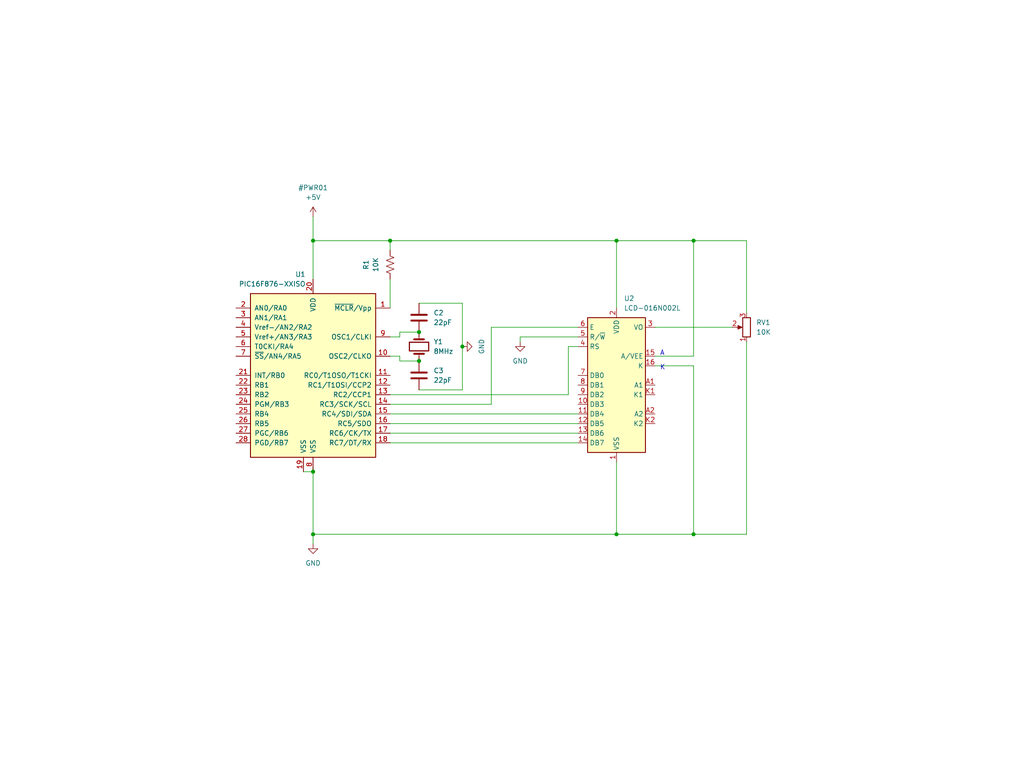
<source format=kicad_sch>
(kicad_sch (version 20230121) (generator eeschema)
  (paper "User" 270.002 200)
  (title_block (title "LCD16x2 Library Example with PIC16F876") (company "Ricardo Lima Caratti"))
  (lib_symbols
    (symbol "Device:C" (pin_numbers hide) (pin_names (offset 0.254))
      (property "Reference" "C" (at 0.635 2.54 0))
      (property "Value" "C" (at 0.635 -2.54 0))
      (symbol "C_0_1"
        (polyline (pts (xy -2.032 -0.762) (xy 2.032 -0.762)) (stroke (width 0.508)))
        (polyline (pts (xy -2.032 0.762) (xy 2.032 0.762)) (stroke (width 0.508)))
      )
      (symbol "C_1_1"
        (pin passive line (at 0 3.81 270) (length 2.794) (name "~") (number "1"))
        (pin passive line (at 0 -3.81 90) (length 2.794) (name "~") (number "2"))
      )
    )
    (symbol "Device:Crystal" (pin_numbers hide) (pin_names (offset 1.016) hide)
      (property "Reference" "Y" (at 0 3.81 0))
      (property "Value" "Crystal" (at 0 -3.81 0))
      (symbol "Crystal_0_1"
        (rectangle (start -1.143 2.54) (end 1.143 -2.54) (stroke (width 0.3048)))
        (polyline (pts (xy -2.54 0) (xy -1.905 0)))
        (polyline (pts (xy -1.905 -1.27) (xy -1.905 1.27)) (stroke (width 0.508)))
        (polyline (pts (xy 1.905 -1.27) (xy 1.905 1.27)) (stroke (width 0.508)))
        (polyline (pts (xy 2.54 0) (xy 1.905 0)))
      )
      (symbol "Crystal_1_1"
        (pin passive line (at -3.81 0 0) (length 1.27) (name "1") (number "1"))
        (pin passive line (at 3.81 0 180) (length 1.27) (name "2") (number "2"))
      )
    )
    (symbol "Device:R_Potentiometer" (pin_names (offset 1.016) hide)
      (property "Reference" "RV" (at -4.445 0 90))
      (property "Value" "R_Potentiometer" (at -2.54 0 90))
      (symbol "R_Potentiometer_0_1"
        (polyline (pts (xy 2.54 0) (xy 1.524 0)))
        (polyline (pts (xy 1.143 0) (xy 2.286 0.508) (xy 2.286 -0.508) (xy 1.143 0)) (fill (type outline)))
        (rectangle (start 1.016 2.54) (end -1.016 -2.54) (stroke (width 0.254)))
      )
      (symbol "R_Potentiometer_1_1"
        (pin passive line (at 0 3.81 270) (length 1.27) (name "1") (number "1"))
        (pin passive line (at 3.81 0 180) (length 1.27) (name "2") (number "2"))
        (pin passive line (at 0 -3.81 90) (length 1.27) (name "3") (number "3"))
      )
    )
    (symbol "Device:R_US" (pin_numbers hide) (pin_names (offset 0))
      (property "Reference" "R" (at 2.54 0 90))
      (property "Value" "R_US" (at -2.54 0 90))
      (symbol "R_US_0_1"
        (polyline (pts (xy 0 -2.286) (xy 0 -2.54)))
        (polyline (pts (xy 0 2.286) (xy 0 2.54)))
        (polyline (pts (xy 0 -0.762) (xy 1.016 -1.143) (xy 0 -1.524) (xy -1.016 -1.905) (xy 0 -2.286)))
        (polyline (pts (xy 0 0.762) (xy 1.016 0.381) (xy 0 0) (xy -1.016 -0.381) (xy 0 -0.762)))
        (polyline (pts (xy 0 2.286) (xy 1.016 1.905) (xy 0 1.524) (xy -1.016 1.143) (xy 0 0.762)))
      )
      (symbol "R_US_1_1"
        (pin passive line (at 0 3.81 270) (length 1.27) (name "~") (number "1"))
        (pin passive line (at 0 -3.81 90) (length 1.27) (name "~") (number "2"))
      )
    )
    (symbol "Display_Character:LCD-016N002L"
      (property "Reference" "U" (at -6.35 18.796 0))
      (property "Value" "LCD-016N002L" (at 8.636 18.796 0))
      (symbol "LCD-016N002L_1_1"
        (rectangle (start -7.62 17.78) (end 7.62 -17.78) (stroke (width 0.254)) (fill (type background)))
        (pin power_in line (at 0 -20.32 90) (length 2.54) (name "VSS") (number "1"))
        (pin bidirectional line (at -10.16 -5.08 0) (length 2.54) (name "DB3") (number "10"))
        (pin bidirectional line (at -10.16 -7.62 0) (length 2.54) (name "DB4") (number "11"))
        (pin bidirectional line (at -10.16 -10.16 0) (length 2.54) (name "DB5") (number "12"))
        (pin bidirectional line (at -10.16 -12.7 0) (length 2.54) (name "DB6") (number "13"))
        (pin bidirectional line (at -10.16 -15.24 0) (length 2.54) (name "DB7") (number "14"))
        (pin power_in line (at 10.16 7.62 180) (length 2.54) (name "A/VEE") (number "15"))
        (pin power_in line (at 10.16 5.08 180) (length 2.54) (name "K") (number "16"))
        (pin power_in line (at 0 20.32 270) (length 2.54) (name "VDD") (number "2"))
        (pin input line (at 10.16 15.24 180) (length 2.54) (name "VO") (number "3"))
        (pin input line (at -10.16 10.16 0) (length 2.54) (name "RS") (number "4"))
        (pin input line (at -10.16 12.7 0) (length 2.54) (name "R/~{W}") (number "5"))
        (pin input line (at -10.16 15.24 0) (length 2.54) (name "E") (number "6"))
        (pin bidirectional line (at -10.16 2.54 0) (length 2.54) (name "DB0") (number "7"))
        (pin bidirectional line (at -10.16 0 0) (length 2.54) (name "DB1") (number "8"))
        (pin bidirectional line (at -10.16 -2.54 0) (length 2.54) (name "DB2") (number "9"))
        (pin power_in line (at 10.16 0 180) (length 2.54) (name "A1") (number "A1"))
        (pin power_in line (at 10.16 -7.62 180) (length 2.54) (name "A2") (number "A2"))
        (pin power_in line (at 10.16 -2.54 180) (length 2.54) (name "K1") (number "K1"))
        (pin power_in line (at 10.16 -10.16 180) (length 2.54) (name "K2") (number "K2"))
      )
    )
    (symbol "MCU_Microchip_PIC16:PIC16F876-XXISO" (pin_names (offset 1.016))
      (property "Reference" "U" (at 2.54 25.4 0))
      (property "Value" "PIC16F876-XXISO" (at 2.54 22.86 0))
      (symbol "PIC16F876-XXISO_0_1"
        (rectangle (start -16.51 21.59) (end 16.51 -21.59) (stroke (width 0.254)) (fill (type background)))
      )
      (symbol "PIC16F876-XXISO_1_1"
        (pin input line (at -20.32 17.78 0) (length 3.81) (name "~{MCLR}/Vpp") (number "1"))
        (pin output line (at -20.32 5.08 0) (length 3.81) (name "OSC2/CLKO") (number "10"))
        (pin bidirectional line (at -20.32 0 0) (length 3.81) (name "RC0/T1OSO/T1CKI") (number "11"))
        (pin bidirectional line (at -20.32 -2.54 0) (length 3.81) (name "RC1/T1OSI/CCP2") (number "12"))
        (pin bidirectional line (at -20.32 -5.08 0) (length 3.81) (name "RC2/CCP1") (number "13"))
        (pin bidirectional line (at -20.32 -7.62 0) (length 3.81) (name "RC3/SCK/SCL") (number "14"))
        (pin bidirectional line (at -20.32 -10.16 0) (length 3.81) (name "RC4/SDI/SDA") (number "15"))
        (pin bidirectional line (at -20.32 -12.7 0) (length 3.81) (name "RC5/SDO") (number "16"))
        (pin bidirectional line (at -20.32 -15.24 0) (length 3.81) (name "RC6/CK/TX") (number "17"))
        (pin bidirectional line (at -20.32 -17.78 0) (length 3.81) (name "RC7/DT/RX") (number "18"))
        (pin power_in line (at 2.54 -25.4 90) (length 3.81) (name "VSS") (number "19"))
        (pin bidirectional line (at 20.32 17.78 180) (length 3.81) (name "AN0/RA0") (number "2"))
        (pin power_in line (at 0 25.4 270) (length 3.81) (name "VDD") (number "20"))
        (pin bidirectional line (at 20.32 0 180) (length 3.81) (name "INT/RB0") (number "21"))
        (pin bidirectional line (at 20.32 -2.54 180) (length 3.81) (name "RB1") (number "22"))
        (pin bidirectional line (at 20.32 -5.08 180) (length 3.81) (name "RB2") (number "23"))
        (pin bidirectional line (at 20.32 -7.62 180) (length 3.81) (name "PGM/RB3") (number "24"))
        (pin bidirectional line (at 20.32 -10.16 180) (length 3.81) (name "RB4") (number "25"))
        (pin bidirectional line (at 20.32 -12.7 180) (length 3.81) (name "RB5") (number "26"))
        (pin bidirectional line (at 20.32 -15.24 180) (length 3.81) (name "PGC/RB6") (number "27"))
        (pin bidirectional line (at 20.32 -17.78 180) (length 3.81) (name "PGD/RB7") (number "28"))
        (pin bidirectional line (at 20.32 15.24 180) (length 3.81) (name "AN1/RA1") (number "3"))
        (pin bidirectional line (at 20.32 12.7 180) (length 3.81) (name "Vref-/AN2/RA2") (number "4"))
        (pin bidirectional line (at 20.32 10.16 180) (length 3.81) (name "Vref+/AN3/RA3") (number "5"))
        (pin bidirectional line (at 20.32 7.62 180) (length 3.81) (name "T0CKI/RA4") (number "6"))
        (pin bidirectional line (at 20.32 5.08 180) (length 3.81) (name "~{SS}/AN4/RA5") (number "7"))
        (pin power_in line (at 0 -25.4 90) (length 3.81) (name "VSS") (number "8"))
        (pin input line (at -20.32 10.16 0) (length 3.81) (name "OSC1/CLKI") (number "9"))
      )
    )
    (symbol "power:+5V" (power) (pin_names (offset 0))
      (property "Value" "+5V" (at 0 3.556 0))
      (symbol "+5V_0_1"
        (polyline (pts (xy -0.762 1.27) (xy 0 2.54)))
        (polyline (pts (xy 0 0) (xy 0 2.54)))
        (polyline (pts (xy 0 2.54) (xy 0.762 1.27)))
      )
      (symbol "+5V_1_1"
        (pin power_in line (at 0 0 90) (length 0) hide (name "+5V") (number "1"))
      )
    )
    (symbol "power:GND" (power) (pin_names (offset 0))
      (property "Value" "GND" (at 0 -3.81 0))
      (symbol "GND_0_1"
        (polyline (pts (xy 0 0) (xy 0 -1.27) (xy 1.27 -1.27) (xy 0 -2.54) (xy -1.27 -1.27) (xy 0 -1.27)))
      )
      (symbol "GND_1_1"
        (pin power_in line (at 0 0 270) (length 0) hide (name "GND") (number "1"))
      )
    )
  )
  (junction (at 110.49 87.63))
  (junction (at 182.88 140.97))
  (junction (at 82.55 124.46))
  (junction (at 110.49 95.25))
  (junction (at 102.87 63.5))
  (junction (at 121.92 91.44))
  (junction (at 162.56 140.97))
  (junction (at 82.55 140.97))
  (junction (at 182.88 63.5))
  (junction (at 162.56 63.5))
  (junction (at 82.55 63.5))
  (wire (pts (xy 102.87 116.84) (xy 152.4 116.84)))
  (wire (pts (xy 105.41 93.98) (xy 105.41 95.25)))
  (wire (pts (xy 172.72 96.52) (xy 182.88 96.52)))
  (wire (pts (xy 121.92 80.01) (xy 121.92 91.44)))
  (wire (pts (xy 102.87 104.14) (xy 149.86 104.14)))
  (wire (pts (xy 182.88 140.97) (xy 196.85 140.97)))
  (wire (pts (xy 182.88 63.5) (xy 182.88 93.98)))
  (wire (pts (xy 149.86 104.14) (xy 149.86 91.44)))
  (wire (pts (xy 196.85 90.17) (xy 196.85 140.97)))
  (wire (pts (xy 162.56 121.92) (xy 162.56 140.97)))
  (wire (pts (xy 110.49 102.87) (xy 121.92 102.87)))
  (wire (pts (xy 102.87 63.5) (xy 162.56 63.5)))
  (wire (pts (xy 162.56 81.28) (xy 162.56 63.5)))
  (wire (pts (xy 102.87 73.66) (xy 102.87 81.28)))
  (wire (pts (xy 105.41 88.9) (xy 105.41 87.63)))
  (wire (pts (xy 105.41 87.63) (xy 110.49 87.63)))
  (wire (pts (xy 196.85 82.55) (xy 196.85 63.5)))
  (wire (pts (xy 149.86 91.44) (xy 152.4 91.44)))
  (wire (pts (xy 102.87 109.22) (xy 152.4 109.22)))
  (wire (pts (xy 82.55 124.46) (xy 82.55 140.97)))
  (wire (pts (xy 182.88 96.52) (xy 182.88 140.97)))
  (wire (pts (xy 82.55 140.97) (xy 82.55 143.51)))
  (wire (pts (xy 102.87 111.76) (xy 152.4 111.76)))
  (wire (pts (xy 152.4 88.9) (xy 137.16 88.9)))
  (wire (pts (xy 152.4 86.36) (xy 129.54 86.36)))
  (wire (pts (xy 105.41 95.25) (xy 110.49 95.25)))
  (wire (pts (xy 82.55 140.97) (xy 162.56 140.97)))
  (wire (pts (xy 80.01 124.46) (xy 82.55 124.46)))
  (wire (pts (xy 121.92 91.44) (xy 121.92 102.87)))
  (wire (pts (xy 102.87 63.5) (xy 102.87 66.04)))
  (wire (pts (xy 102.87 88.9) (xy 105.41 88.9)))
  (wire (pts (xy 82.55 63.5) (xy 82.55 73.66)))
  (wire (pts (xy 172.72 93.98) (xy 182.88 93.98)))
  (wire (pts (xy 102.87 114.3) (xy 152.4 114.3)))
  (wire (pts (xy 162.56 63.5) (xy 182.88 63.5)))
  (wire (pts (xy 82.55 123.19) (xy 82.55 124.46)))
  (wire (pts (xy 82.55 63.5) (xy 102.87 63.5)))
  (wire (pts (xy 137.16 88.9) (xy 137.16 90.17)))
  (wire (pts (xy 82.55 57.15) (xy 82.55 63.5)))
  (wire (pts (xy 102.87 93.98) (xy 105.41 93.98)))
  (wire (pts (xy 162.56 140.97) (xy 182.88 140.97)))
  (wire (pts (xy 129.54 86.36) (xy 129.54 106.68)))
  (wire (pts (xy 110.49 80.01) (xy 121.92 80.01)))
  (wire (pts (xy 129.54 106.68) (xy 102.87 106.68)))
  (wire (pts (xy 172.72 86.36) (xy 193.04 86.36)))
  (wire (pts (xy 182.88 63.5) (xy 196.85 63.5)))
  (text "K" (at 173.99 97.79 0) (effects (font (size 1.27 1.27)) (justify left bottom)))
  (text "A" (at 173.99 93.98 0) (effects (font (size 1.27 1.27)) (justify left bottom)))
  (symbol (lib_id "Display_Character:LCD-016N002L") (at 162.56 101.6 0) (unit 1)
    (property "Reference" "U2" (at 164.5159 78.74 0) (effects (justify left)))
    (property "Value" "LCD-016N002L" (at 164.5159 81.28 0) (effects (justify left)))
    (property "Footprint" "Display:LCD-016N002L" (effects hide))
    (property "Datasheet" "http://www.vishay.com/docs/37299/37299.pdf" (effects hide))
  )
  (symbol (lib_id "Device:R_US") (at 102.87 69.85 180) (unit 1)
    (property "Reference" "R1" (at 96.52 69.85 90))
    (property "Value" "10K" (at 99.06 69.85 90))
  )
  (symbol (lib_id "power:GND") (at 82.55 143.51 0) (unit 1)
    (property "Reference" "#PWR03" (effects hide))
    (property "Value" "GND" (at 82.55 148.59 0))
  )
  (symbol (lib_id "power:GND") (at 121.92 91.44 90) (unit 1)
    (property "Reference" "#PWR05" (effects hide))
    (property "Value" "GND" (at 127 91.44 0))
  )
  (symbol (lib_id "Device:C") (at 110.49 83.82 0) (unit 1)
    (property "Reference" "C2" (at 114.3 82.55 0) (effects (justify left)))
    (property "Value" "22pF" (at 114.3 85.09 0) (effects (justify left)))
  )
  (symbol (lib_id "Device:Crystal") (at 110.49 91.44 270) (unit 1)
    (property "Reference" "Y1" (at 114.3 90.17 90) (effects (justify left)))
    (property "Value" "8MHz" (at 114.3 92.71 90) (effects (justify left)))
  )
  (symbol (lib_id "power:+5V") (at 82.55 57.15 0) (unit 1)
    (property "Reference" "#PWR01" (at 82.55 49.53 0))
    (property "Value" "+5V" (at 82.55 52.07 0))
  )
  (symbol (lib_id "MCU_Microchip_PIC16:PIC16F876-XXISO") (at 82.55 99.06 0) (mirror y) (unit 1)
    (property "Reference" "U1" (at 80.5941 72.39 0) (effects (justify left)))
    (property "Value" "PIC16F876-XXISO" (at 80.5941 74.93 0) (effects (justify left)))
    (property "Datasheet" "http://ww1.microchip.com/downloads/en/DeviceDoc/30292C.pdf" (effects hide))
  )
  (symbol (lib_id "power:GND") (at 137.16 90.17 0) (unit 1)
    (property "Reference" "#PWR02" (effects hide))
    (property "Value" "GND" (at 137.16 95.25 0))
  )
  (symbol (lib_id "Device:R_Potentiometer") (at 196.85 86.36 180) (unit 1)
    (property "Reference" "RV1" (at 199.39 85.09 0) (effects (justify right)))
    (property "Value" "10K" (at 199.39 87.63 0) (effects (justify right)))
  )
  (symbol (lib_id "Device:C") (at 110.49 99.06 0) (unit 1)
    (property "Reference" "C3" (at 114.3 97.79 0) (effects (justify left)))
    (property "Value" "22pF" (at 114.3 100.33 0) (effects (justify left)))
  )
)
</source>
